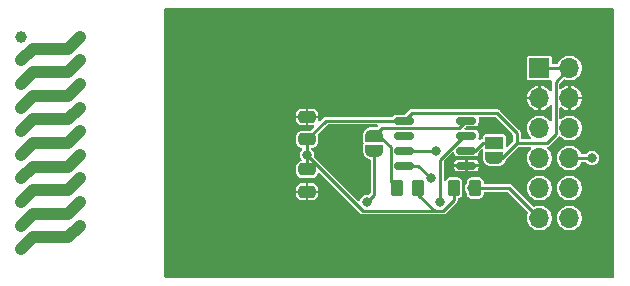
<source format=gbr>
%TF.GenerationSoftware,KiCad,Pcbnew,7.0.4*%
%TF.CreationDate,2023-05-26T13:28:03+02:00*%
%TF.ProjectId,RFM9xW_868,52464d39-7857-45f3-9836-382e6b696361,rev?*%
%TF.SameCoordinates,Original*%
%TF.FileFunction,Copper,L2,Bot*%
%TF.FilePolarity,Positive*%
%FSLAX46Y46*%
G04 Gerber Fmt 4.6, Leading zero omitted, Abs format (unit mm)*
G04 Created by KiCad (PCBNEW 7.0.4) date 2023-05-26 13:28:03*
%MOMM*%
%LPD*%
G01*
G04 APERTURE LIST*
G04 Aperture macros list*
%AMRoundRect*
0 Rectangle with rounded corners*
0 $1 Rounding radius*
0 $2 $3 $4 $5 $6 $7 $8 $9 X,Y pos of 4 corners*
0 Add a 4 corners polygon primitive as box body*
4,1,4,$2,$3,$4,$5,$6,$7,$8,$9,$2,$3,0*
0 Add four circle primitives for the rounded corners*
1,1,$1+$1,$2,$3*
1,1,$1+$1,$4,$5*
1,1,$1+$1,$6,$7*
1,1,$1+$1,$8,$9*
0 Add four rect primitives between the rounded corners*
20,1,$1+$1,$2,$3,$4,$5,0*
20,1,$1+$1,$4,$5,$6,$7,0*
20,1,$1+$1,$6,$7,$8,$9,0*
20,1,$1+$1,$8,$9,$2,$3,0*%
%AMFreePoly0*
4,1,19,0.550000,-0.750000,0.000000,-0.750000,0.000000,-0.744911,-0.071157,-0.744911,-0.207708,-0.704816,-0.327430,-0.627875,-0.420627,-0.520320,-0.479746,-0.390866,-0.500000,-0.250000,-0.500000,0.250000,-0.479746,0.390866,-0.420627,0.520320,-0.327430,0.627875,-0.207708,0.704816,-0.071157,0.744911,0.000000,0.744911,0.000000,0.750000,0.550000,0.750000,0.550000,-0.750000,0.550000,-0.750000,
$1*%
%AMFreePoly1*
4,1,19,0.000000,0.744911,0.071157,0.744911,0.207708,0.704816,0.327430,0.627875,0.420627,0.520320,0.479746,0.390866,0.500000,0.250000,0.500000,-0.250000,0.479746,-0.390866,0.420627,-0.520320,0.327430,-0.627875,0.207708,-0.704816,0.071157,-0.744911,0.000000,-0.744911,0.000000,-0.750000,-0.550000,-0.750000,-0.550000,0.750000,0.000000,0.750000,0.000000,0.744911,0.000000,0.744911,
$1*%
%AMFreePoly2*
4,1,19,0.500000,-0.750000,0.000000,-0.750000,0.000000,-0.744911,-0.071157,-0.744911,-0.207708,-0.704816,-0.327430,-0.627875,-0.420627,-0.520320,-0.479746,-0.390866,-0.500000,-0.250000,-0.500000,0.250000,-0.479746,0.390866,-0.420627,0.520320,-0.327430,0.627875,-0.207708,0.704816,-0.071157,0.744911,0.000000,0.744911,0.000000,0.750000,0.500000,0.750000,0.500000,-0.750000,0.500000,-0.750000,
$1*%
%AMFreePoly3*
4,1,19,0.000000,0.744911,0.071157,0.744911,0.207708,0.704816,0.327430,0.627875,0.420627,0.520320,0.479746,0.390866,0.500000,0.250000,0.500000,-0.250000,0.479746,-0.390866,0.420627,-0.520320,0.327430,-0.627875,0.207708,-0.704816,0.071157,-0.744911,0.000000,-0.744911,0.000000,-0.750000,-0.500000,-0.750000,-0.500000,0.750000,0.000000,0.750000,0.000000,0.744911,0.000000,0.744911,
$1*%
G04 Aperture macros list end*
%TA.AperFunction,EtchedComponent*%
%ADD10C,1.000000*%
%TD*%
%TA.AperFunction,ComponentPad*%
%ADD11R,1.700000X1.700000*%
%TD*%
%TA.AperFunction,ComponentPad*%
%ADD12O,1.700000X1.700000*%
%TD*%
%TA.AperFunction,ComponentPad*%
%ADD13C,1.000000*%
%TD*%
%TA.AperFunction,SMDPad,CuDef*%
%ADD14FreePoly0,270.000000*%
%TD*%
%TA.AperFunction,SMDPad,CuDef*%
%ADD15R,1.500000X1.000000*%
%TD*%
%TA.AperFunction,SMDPad,CuDef*%
%ADD16FreePoly1,270.000000*%
%TD*%
%TA.AperFunction,SMDPad,CuDef*%
%ADD17RoundRect,0.250000X0.475000X-0.250000X0.475000X0.250000X-0.475000X0.250000X-0.475000X-0.250000X0*%
%TD*%
%TA.AperFunction,SMDPad,CuDef*%
%ADD18FreePoly2,270.000000*%
%TD*%
%TA.AperFunction,SMDPad,CuDef*%
%ADD19FreePoly3,270.000000*%
%TD*%
%TA.AperFunction,SMDPad,CuDef*%
%ADD20RoundRect,0.250000X-0.262500X-0.450000X0.262500X-0.450000X0.262500X0.450000X-0.262500X0.450000X0*%
%TD*%
%TA.AperFunction,SMDPad,CuDef*%
%ADD21RoundRect,0.250000X0.262500X0.450000X-0.262500X0.450000X-0.262500X-0.450000X0.262500X-0.450000X0*%
%TD*%
%TA.AperFunction,SMDPad,CuDef*%
%ADD22RoundRect,0.250000X-0.475000X0.250000X-0.475000X-0.250000X0.475000X-0.250000X0.475000X0.250000X0*%
%TD*%
%TA.AperFunction,SMDPad,CuDef*%
%ADD23RoundRect,0.150000X0.675000X0.150000X-0.675000X0.150000X-0.675000X-0.150000X0.675000X-0.150000X0*%
%TD*%
%TA.AperFunction,ViaPad*%
%ADD24C,0.800000*%
%TD*%
%TA.AperFunction,Conductor*%
%ADD25C,0.250000*%
%TD*%
G04 APERTURE END LIST*
D10*
%TO.C,AE1*%
X105960000Y-58530000D02*
X106960000Y-57530000D01*
X106960000Y-57530000D02*
X109960000Y-57530000D01*
X109960000Y-57530000D02*
X110960000Y-56530000D01*
X105960000Y-56530000D02*
X106960000Y-55530000D01*
X106960000Y-55530000D02*
X109960000Y-55530000D01*
X109960000Y-55530000D02*
X110960000Y-54530000D01*
X105960000Y-54530000D02*
X106960000Y-53530000D01*
X106960000Y-53530000D02*
X109960000Y-53530000D01*
X109960000Y-53530000D02*
X110960000Y-52530000D01*
X105960000Y-52530000D02*
X106960000Y-51530000D01*
X106960000Y-51530000D02*
X109960000Y-51530000D01*
X109960000Y-51530000D02*
X110960000Y-50530000D01*
X105960000Y-50530000D02*
X106960000Y-49530000D01*
X106960000Y-49530000D02*
X109960000Y-49530000D01*
X109960000Y-49530000D02*
X110960000Y-48530000D01*
X105960000Y-48530000D02*
X106960000Y-47530000D01*
X106960000Y-47530000D02*
X109960000Y-47530000D01*
X109960000Y-47530000D02*
X110960000Y-46530000D01*
X105960000Y-46530000D02*
X106960000Y-45530000D01*
X106960000Y-45530000D02*
X109960000Y-45530000D01*
X109960000Y-45530000D02*
X110960000Y-44530000D01*
X105960000Y-44530000D02*
X106960000Y-43530000D01*
X106960000Y-43530000D02*
X109960000Y-43530000D01*
X109960000Y-43530000D02*
X110960000Y-42530000D01*
X105960000Y-42530000D02*
X106960000Y-41530000D01*
X106960000Y-41530000D02*
X109960000Y-41530000D01*
X109960000Y-41530000D02*
X110960000Y-40530000D01*
%TD*%
D11*
%TO.P,J1,1,Pin_1*%
%TO.N,VCC*%
X149860000Y-43180000D03*
D12*
%TO.P,J1,2,Pin_2*%
X152400000Y-43180000D03*
%TO.P,J1,3,Pin_3*%
%TO.N,GND*%
X149860000Y-45720000D03*
%TO.P,J1,4,Pin_4*%
X152400000Y-45720000D03*
%TO.P,J1,5,Pin_5*%
%TO.N,SCK*%
X149860000Y-48260000D03*
%TO.P,J1,6,Pin_6*%
%TO.N,unconnected-(J1-Pin_6-Pad6)*%
X152400000Y-48260000D03*
%TO.P,J1,7,Pin_7*%
%TO.N,MISO*%
X149860000Y-50800000D03*
%TO.P,J1,8,Pin_8*%
%TO.N,nCS2*%
X152400000Y-50800000D03*
%TO.P,J1,9,Pin_9*%
%TO.N,MOSI*%
X149860000Y-53340000D03*
%TO.P,J1,10,Pin_10*%
%TO.N,nRESET*%
X152400000Y-53340000D03*
%TO.P,J1,11,Pin_11*%
%TO.N,nCS*%
X149860000Y-55880000D03*
%TO.P,J1,12,Pin_12*%
%TO.N,DIO0*%
X152400000Y-55880000D03*
%TD*%
D13*
%TO.P,AE1,*%
%TO.N,*%
X105960000Y-58530000D03*
X105960000Y-56530000D03*
X110960000Y-56530000D03*
X105960000Y-54530000D03*
X110960000Y-54530000D03*
X105960000Y-52530000D03*
X110960000Y-52530000D03*
X105960000Y-50530000D03*
X110960000Y-50530000D03*
X105960000Y-48530000D03*
X110960000Y-48530000D03*
X105960000Y-46530000D03*
X110960000Y-46530000D03*
X105960000Y-44530000D03*
X110960000Y-44530000D03*
X105960000Y-42530000D03*
X110960000Y-42530000D03*
X105960000Y-40530000D03*
X110960000Y-40530000D03*
%TD*%
D14*
%TO.P,JP1,1,A*%
%TO.N,GND*%
X146050000Y-48200000D03*
D15*
%TO.P,JP1,2,C*%
%TO.N,Net-(JP1-C)*%
X146050000Y-49500000D03*
D16*
%TO.P,JP1,3,B*%
%TO.N,VCC*%
X146050000Y-50800000D03*
%TD*%
D17*
%TO.P,C1,1*%
%TO.N,VCC*%
X130175000Y-49210000D03*
%TO.P,C1,2*%
%TO.N,GND*%
X130175000Y-47310000D03*
%TD*%
D18*
%TO.P,JP2,1,A*%
%TO.N,nCS_Flash*%
X135890000Y-48895000D03*
D19*
%TO.P,JP2,2,B*%
%TO.N,nCS2*%
X135890000Y-50195000D03*
%TD*%
D20*
%TO.P,R2,1*%
%TO.N,VCC*%
X142597500Y-53340000D03*
%TO.P,R2,2*%
%TO.N,nCS*%
X144422500Y-53340000D03*
%TD*%
D21*
%TO.P,R1,1*%
%TO.N,VCC*%
X139620000Y-53340000D03*
%TO.P,R1,2*%
%TO.N,nCS_Flash*%
X137795000Y-53340000D03*
%TD*%
D22*
%TO.P,C2,1*%
%TO.N,VCC*%
X130175000Y-51755000D03*
%TO.P,C2,2*%
%TO.N,GND*%
X130175000Y-53655000D03*
%TD*%
D23*
%TO.P,U2,1,~{CS}*%
%TO.N,nCS_Flash*%
X143680000Y-47625000D03*
%TO.P,U2,2,O1/SO*%
%TO.N,MISO*%
X143680000Y-48895000D03*
%TO.P,U2,3,~{WP}*%
%TO.N,Net-(JP1-C)*%
X143680000Y-50165000D03*
%TO.P,U2,4,VSS*%
%TO.N,GND*%
X143680000Y-51435000D03*
%TO.P,U2,5,SI/IO0*%
%TO.N,MOSI*%
X138430000Y-51435000D03*
%TO.P,U2,6,SCLK*%
%TO.N,SCK*%
X138430000Y-50165000D03*
%TO.P,U2,7,NC*%
%TO.N,unconnected-(U2-NC-Pad7)*%
X138430000Y-48895000D03*
%TO.P,U2,8,VCC*%
%TO.N,VCC*%
X138430000Y-47625000D03*
%TD*%
D24*
%TO.N,GND*%
X142875000Y-38735000D03*
X132080000Y-50165000D03*
X155575000Y-40005000D03*
X154305000Y-60325000D03*
X155575000Y-56515000D03*
X128905000Y-60325000D03*
X123825000Y-60325000D03*
X155575000Y-55245000D03*
X126365000Y-38735000D03*
X155575000Y-41275000D03*
X130175000Y-38735000D03*
X135255000Y-38735000D03*
X132715000Y-60325000D03*
X149225000Y-60325000D03*
X128905000Y-38735000D03*
X155575000Y-57785000D03*
X139065000Y-60325000D03*
X126365000Y-60325000D03*
X144145000Y-38735000D03*
X150495000Y-38735000D03*
X132715000Y-38735000D03*
X131445000Y-60325000D03*
X155575000Y-59055000D03*
X151765000Y-60325000D03*
X137795000Y-60325000D03*
X147955000Y-51435000D03*
X122555000Y-38735000D03*
X155575000Y-38735000D03*
X121285000Y-60325000D03*
X153035000Y-60325000D03*
X145415000Y-38735000D03*
X154305000Y-38735000D03*
X127635000Y-38735000D03*
X133985000Y-60325000D03*
X155575000Y-43815000D03*
X144145000Y-60325000D03*
X155575000Y-45085000D03*
X127635000Y-60325000D03*
X155575000Y-53975000D03*
X155575000Y-51435000D03*
X125095000Y-38735000D03*
X150495000Y-60325000D03*
X155575000Y-42545000D03*
X122555000Y-60325000D03*
X151765000Y-38735000D03*
X137795000Y-38735000D03*
X121285000Y-38735000D03*
X153035000Y-38735000D03*
X155575000Y-52705000D03*
X125095000Y-60325000D03*
X142875000Y-60325000D03*
X120015000Y-38735000D03*
X140335000Y-60325000D03*
X130175000Y-60325000D03*
X145415000Y-56515000D03*
X149225000Y-38735000D03*
X139065000Y-56515000D03*
X118745000Y-38735000D03*
X155575000Y-50165000D03*
X155575000Y-47625000D03*
X146685000Y-38735000D03*
X146050000Y-48260000D03*
X118745000Y-60325000D03*
X146685000Y-60325000D03*
X155575000Y-46355000D03*
X144145000Y-56515000D03*
X135255000Y-60325000D03*
X141605000Y-60325000D03*
X155575000Y-60325000D03*
X136525000Y-38735000D03*
X133985000Y-38735000D03*
X155575000Y-48895000D03*
X139065000Y-38735000D03*
X120015000Y-60325000D03*
X123825000Y-38735000D03*
X145415000Y-60325000D03*
X146685000Y-56515000D03*
X141605000Y-38735000D03*
X147955000Y-38735000D03*
X147955000Y-60325000D03*
X136525000Y-60325000D03*
X140335000Y-38735000D03*
X131445000Y-38735000D03*
%TO.N,nCS*%
X144145000Y-53340000D03*
%TO.N,SCK*%
X141104326Y-50219325D03*
%TO.N,MOSI*%
X140690500Y-52530000D03*
%TO.N,MISO*%
X141415000Y-54530000D03*
%TO.N,VCC*%
X130175000Y-50530000D03*
%TO.N,nCS2*%
X135267299Y-54530500D03*
X154305000Y-50800000D03*
%TD*%
D25*
%TO.N,nCS*%
X147320000Y-53340000D02*
X144145000Y-53340000D01*
X144145000Y-53340000D02*
X144422500Y-53340000D01*
X149860000Y-55880000D02*
X147320000Y-53340000D01*
%TO.N,SCK*%
X141050001Y-50165000D02*
X141104326Y-50219325D01*
X138430000Y-50165000D02*
X141050001Y-50165000D01*
%TO.N,MOSI*%
X139595500Y-51435000D02*
X140690500Y-52530000D01*
X138430000Y-51435000D02*
X139595500Y-51435000D01*
%TO.N,MISO*%
X143453249Y-48895000D02*
X141415000Y-50933249D01*
X141415000Y-50933249D02*
X141415000Y-54530000D01*
X143680000Y-48895000D02*
X143453249Y-48895000D01*
%TO.N,VCC*%
X146663173Y-50800000D02*
X147933173Y-49530000D01*
X139055000Y-47000000D02*
X146266727Y-47000000D01*
X130175000Y-49210000D02*
X130175000Y-50165000D01*
X140980000Y-55255000D02*
X139620000Y-53895000D01*
X138430000Y-47625000D02*
X139055000Y-47000000D01*
X150495000Y-49530000D02*
X151225000Y-48800000D01*
X131760000Y-47625000D02*
X130175000Y-49210000D01*
X151225000Y-48800000D02*
X151225000Y-44355000D01*
X139620000Y-53895000D02*
X139620000Y-53340000D01*
X152400000Y-43180000D02*
X149860000Y-43180000D01*
X130175000Y-50530000D02*
X134900000Y-55255000D01*
X151225000Y-44355000D02*
X152400000Y-43180000D01*
X138430000Y-47625000D02*
X131760000Y-47625000D01*
X146050000Y-50800000D02*
X146663173Y-50800000D01*
X130175000Y-50165000D02*
X130175000Y-51755000D01*
X147933173Y-49530000D02*
X150495000Y-49530000D01*
X141715305Y-55255000D02*
X140980000Y-55255000D01*
X146266727Y-47000000D02*
X147933173Y-48666446D01*
X142597500Y-53340000D02*
X142597500Y-54372805D01*
X147933173Y-48666446D02*
X147933173Y-49530000D01*
X134900000Y-55255000D02*
X140980000Y-55255000D01*
X142597500Y-54372805D02*
X141715305Y-55255000D01*
%TO.N,nCS2*%
X154305000Y-50800000D02*
X152400000Y-50800000D01*
X135890000Y-50195000D02*
X135890000Y-53907799D01*
X135890000Y-53907799D02*
X135267299Y-54530500D01*
%TO.N,Net-(JP1-C)*%
X144385000Y-50165000D02*
X145050000Y-49500000D01*
X145050000Y-49500000D02*
X146050000Y-49500000D01*
X143680000Y-50165000D02*
X144385000Y-50165000D01*
%TO.N,nCS_Flash*%
X136299620Y-48895000D02*
X137280000Y-49875380D01*
X137280000Y-49875380D02*
X137280000Y-52825000D01*
X137280000Y-52825000D02*
X137795000Y-53340000D01*
X135890000Y-48895000D02*
X136299620Y-48895000D01*
X143055000Y-48250000D02*
X136535000Y-48250000D01*
X136535000Y-48250000D02*
X135890000Y-48895000D01*
X143680000Y-47625000D02*
X143055000Y-48250000D01*
%TD*%
%TA.AperFunction,Conductor*%
%TO.N,GND*%
G36*
X136193358Y-47969407D02*
G01*
X136229322Y-48018907D01*
X136229322Y-48080093D01*
X136205170Y-48119504D01*
X136164871Y-48159802D01*
X136110354Y-48187579D01*
X136108965Y-48187789D01*
X136096634Y-48189563D01*
X136082537Y-48190572D01*
X135697463Y-48190572D01*
X135683373Y-48189564D01*
X135678261Y-48188829D01*
X135669095Y-48187511D01*
X135669093Y-48187511D01*
X135610907Y-48187511D01*
X135610903Y-48187511D01*
X135468594Y-48207972D01*
X135468590Y-48207973D01*
X135412767Y-48224364D01*
X135412763Y-48224365D01*
X135412762Y-48224366D01*
X135410288Y-48225496D01*
X135281980Y-48284092D01*
X135281967Y-48284099D01*
X135233036Y-48315545D01*
X135233023Y-48315554D01*
X135124377Y-48409696D01*
X135124360Y-48409713D01*
X135086261Y-48453681D01*
X135086255Y-48453689D01*
X135008536Y-48574624D01*
X135008532Y-48574631D01*
X134984359Y-48627564D01*
X134943853Y-48765515D01*
X134943852Y-48765520D01*
X134937294Y-48811132D01*
X134935572Y-48823111D01*
X134935572Y-49395000D01*
X134951133Y-49473231D01*
X134951134Y-49473232D01*
X134951134Y-49473233D01*
X134962336Y-49489997D01*
X134978945Y-49548885D01*
X134962338Y-49599998D01*
X134951135Y-49616764D01*
X134951134Y-49616767D01*
X134951133Y-49616769D01*
X134940705Y-49669194D01*
X134935572Y-49694999D01*
X134935572Y-50266888D01*
X134943852Y-50324479D01*
X134943853Y-50324484D01*
X134976529Y-50435767D01*
X134984360Y-50462438D01*
X134990313Y-50475473D01*
X135008532Y-50515368D01*
X135008536Y-50515375D01*
X135086255Y-50636310D01*
X135086261Y-50636318D01*
X135111548Y-50665500D01*
X135124368Y-50680295D01*
X135124375Y-50680301D01*
X135124377Y-50680303D01*
X135233023Y-50774445D01*
X135233036Y-50774454D01*
X135281967Y-50805900D01*
X135281971Y-50805902D01*
X135281977Y-50805906D01*
X135412762Y-50865634D01*
X135468592Y-50882027D01*
X135479589Y-50883608D01*
X135534495Y-50910602D01*
X135563050Y-50964716D01*
X135564500Y-50981600D01*
X135564500Y-53731963D01*
X135545593Y-53790154D01*
X135535504Y-53801967D01*
X135430265Y-53907206D01*
X135375748Y-53934983D01*
X135347339Y-53935355D01*
X135267300Y-53924818D01*
X135267298Y-53924818D01*
X135110540Y-53945455D01*
X135110532Y-53945457D01*
X134964460Y-54005962D01*
X134964459Y-54005962D01*
X134839022Y-54102213D01*
X134839012Y-54102223D01*
X134742761Y-54227660D01*
X134742761Y-54227661D01*
X134679772Y-54379732D01*
X134677062Y-54378609D01*
X134650286Y-54419742D01*
X134593140Y-54441605D01*
X134534057Y-54425703D01*
X134518065Y-54412739D01*
X130798292Y-50692966D01*
X130770515Y-50638449D01*
X130770143Y-50610046D01*
X130780682Y-50530000D01*
X130760044Y-50373238D01*
X130760042Y-50373233D01*
X130699537Y-50227161D01*
X130699537Y-50227160D01*
X130603281Y-50101716D01*
X130603280Y-50101715D01*
X130585460Y-50088042D01*
X130550804Y-50037618D01*
X130552405Y-49976454D01*
X130589652Y-49927912D01*
X130645727Y-49910500D01*
X130704273Y-49910500D01*
X130704273Y-49910499D01*
X130734699Y-49907646D01*
X130862882Y-49862793D01*
X130972150Y-49782150D01*
X131052793Y-49672882D01*
X131097646Y-49544699D01*
X131100499Y-49514273D01*
X131100500Y-49514273D01*
X131100500Y-48905726D01*
X131100499Y-48905725D01*
X131097646Y-48875305D01*
X131097646Y-48875303D01*
X131097646Y-48875301D01*
X131085109Y-48839474D01*
X131083736Y-48778309D01*
X131108551Y-48736775D01*
X131865832Y-47979496D01*
X131920348Y-47951719D01*
X131935835Y-47950500D01*
X136135167Y-47950500D01*
X136193358Y-47969407D01*
G37*
%TD.AperFunction*%
%TA.AperFunction,Conductor*%
G36*
X146149084Y-47344407D02*
G01*
X146160897Y-47354496D01*
X147578677Y-48772276D01*
X147606454Y-48826793D01*
X147607673Y-48842280D01*
X147607673Y-49354165D01*
X147588766Y-49412356D01*
X147578677Y-49424169D01*
X147169504Y-49833342D01*
X147114987Y-49861119D01*
X147054555Y-49851548D01*
X147011290Y-49808283D01*
X147000500Y-49763338D01*
X147000500Y-48980253D01*
X147000498Y-48980241D01*
X146995270Y-48953961D01*
X146988867Y-48921769D01*
X146944552Y-48855448D01*
X146931086Y-48846450D01*
X146878233Y-48811134D01*
X146878231Y-48811133D01*
X146878228Y-48811132D01*
X146878227Y-48811132D01*
X146819758Y-48799501D01*
X146819748Y-48799500D01*
X145280252Y-48799500D01*
X145280251Y-48799500D01*
X145280241Y-48799501D01*
X145221772Y-48811132D01*
X145221766Y-48811134D01*
X145155451Y-48855445D01*
X145155445Y-48855451D01*
X145111134Y-48921766D01*
X145111132Y-48921772D01*
X145099501Y-48980241D01*
X145099500Y-48980253D01*
X145099500Y-49073787D01*
X145080593Y-49131978D01*
X145031093Y-49167942D01*
X145026122Y-49169414D01*
X144981565Y-49181353D01*
X144977349Y-49182287D01*
X144936960Y-49189410D01*
X144936948Y-49189414D01*
X144935640Y-49190170D01*
X144911786Y-49200051D01*
X144910324Y-49200442D01*
X144910316Y-49200446D01*
X144876716Y-49223972D01*
X144873074Y-49226292D01*
X144843480Y-49243379D01*
X144783632Y-49256101D01*
X144727736Y-49231215D01*
X144697143Y-49178228D01*
X144696013Y-49143372D01*
X144705500Y-49078260D01*
X144705500Y-48711740D01*
X144695573Y-48643607D01*
X144694411Y-48641231D01*
X144661853Y-48574631D01*
X144644198Y-48538517D01*
X144561483Y-48455802D01*
X144557779Y-48453991D01*
X144456395Y-48404427D01*
X144429139Y-48400456D01*
X144388260Y-48394500D01*
X144388257Y-48394500D01*
X143609834Y-48394500D01*
X143551643Y-48375593D01*
X143515679Y-48326093D01*
X143515679Y-48264907D01*
X143539829Y-48225497D01*
X143610831Y-48154495D01*
X143665347Y-48126719D01*
X143680834Y-48125500D01*
X144388257Y-48125500D01*
X144388260Y-48125500D01*
X144456393Y-48115573D01*
X144561483Y-48064198D01*
X144644198Y-47981483D01*
X144695573Y-47876393D01*
X144705500Y-47808260D01*
X144705500Y-47441740D01*
X144705068Y-47438777D01*
X144715385Y-47378469D01*
X144759180Y-47335742D01*
X144803033Y-47325500D01*
X146090893Y-47325500D01*
X146149084Y-47344407D01*
G37*
%TD.AperFunction*%
%TA.AperFunction,Conductor*%
G36*
X156143691Y-38144407D02*
G01*
X156179655Y-38193907D01*
X156184500Y-38224500D01*
X156184500Y-60835500D01*
X156165593Y-60893691D01*
X156116093Y-60929655D01*
X156085500Y-60934500D01*
X118209000Y-60934500D01*
X118150809Y-60915593D01*
X118114845Y-60866093D01*
X118110000Y-60835500D01*
X118110000Y-53755001D01*
X129250000Y-53755001D01*
X129250001Y-53959203D01*
X129252850Y-53989600D01*
X129252850Y-53989602D01*
X129297654Y-54117647D01*
X129378207Y-54226790D01*
X129378209Y-54226792D01*
X129487352Y-54307345D01*
X129615398Y-54352149D01*
X129645789Y-54354999D01*
X130074998Y-54354999D01*
X130075000Y-54354997D01*
X130274999Y-54354997D01*
X130275001Y-54354999D01*
X130704203Y-54354999D01*
X130734600Y-54352149D01*
X130734602Y-54352149D01*
X130862647Y-54307345D01*
X130971790Y-54226792D01*
X130971792Y-54226790D01*
X131052345Y-54117647D01*
X131097149Y-53989601D01*
X131099999Y-53959211D01*
X131100000Y-53959210D01*
X131100000Y-53755001D01*
X131099999Y-53755000D01*
X130275001Y-53755000D01*
X130274999Y-53755001D01*
X130274999Y-54354997D01*
X130075000Y-54354997D01*
X130075000Y-53755001D01*
X130074999Y-53755000D01*
X129250002Y-53755000D01*
X129250000Y-53755001D01*
X118110000Y-53755001D01*
X118110000Y-53554999D01*
X129250000Y-53554999D01*
X129250001Y-53555000D01*
X130074999Y-53555000D01*
X130075000Y-53554998D01*
X130075000Y-52955000D01*
X130275000Y-52955000D01*
X130275000Y-53554999D01*
X130275001Y-53555000D01*
X131099998Y-53555000D01*
X131099999Y-53554998D01*
X131099999Y-53350796D01*
X131097149Y-53320399D01*
X131097149Y-53320397D01*
X131052345Y-53192352D01*
X130971792Y-53083209D01*
X130971790Y-53083207D01*
X130862647Y-53002654D01*
X130734601Y-52957850D01*
X130704211Y-52955000D01*
X130275000Y-52955000D01*
X130075000Y-52955000D01*
X129645796Y-52955000D01*
X129615399Y-52957850D01*
X129615397Y-52957850D01*
X129487352Y-53002654D01*
X129378209Y-53083207D01*
X129378207Y-53083209D01*
X129297654Y-53192352D01*
X129252850Y-53320398D01*
X129250000Y-53350788D01*
X129250000Y-53554999D01*
X118110000Y-53554999D01*
X118110000Y-52059274D01*
X129249500Y-52059274D01*
X129252353Y-52089694D01*
X129252355Y-52089703D01*
X129297207Y-52217883D01*
X129377845Y-52327144D01*
X129377847Y-52327146D01*
X129377850Y-52327150D01*
X129377853Y-52327152D01*
X129377855Y-52327154D01*
X129487116Y-52407792D01*
X129487117Y-52407792D01*
X129487118Y-52407793D01*
X129615301Y-52452646D01*
X129645725Y-52455499D01*
X129645727Y-52455500D01*
X129645734Y-52455500D01*
X130704273Y-52455500D01*
X130704273Y-52455499D01*
X130734699Y-52452646D01*
X130862882Y-52407793D01*
X130972150Y-52327150D01*
X131052793Y-52217882D01*
X131091418Y-52107495D01*
X131128483Y-52058817D01*
X131187083Y-52041220D01*
X131244835Y-52061428D01*
X131254866Y-52070191D01*
X134658257Y-55473584D01*
X134661175Y-55476769D01*
X134687544Y-55508193D01*
X134687545Y-55508194D01*
X134723073Y-55528706D01*
X134726712Y-55531025D01*
X134760311Y-55554551D01*
X134760313Y-55554552D01*
X134760316Y-55554554D01*
X134761767Y-55554942D01*
X134785659Y-55564840D01*
X134786186Y-55565143D01*
X134786955Y-55565588D01*
X134827351Y-55572710D01*
X134831548Y-55573640D01*
X134871193Y-55584264D01*
X134912073Y-55580687D01*
X134916374Y-55580500D01*
X140924117Y-55580500D01*
X140949739Y-55583873D01*
X140951193Y-55584263D01*
X140992065Y-55580687D01*
X140996365Y-55580500D01*
X141698931Y-55580500D01*
X141703231Y-55580687D01*
X141744112Y-55584264D01*
X141783757Y-55573640D01*
X141787955Y-55572710D01*
X141828350Y-55565588D01*
X141828352Y-55565587D01*
X141829650Y-55564838D01*
X141853541Y-55554942D01*
X141853769Y-55554880D01*
X141854989Y-55554554D01*
X141888608Y-55531012D01*
X141892216Y-55528714D01*
X141927760Y-55508194D01*
X141954143Y-55476750D01*
X141957031Y-55473598D01*
X142816082Y-54614547D01*
X142819260Y-54611634D01*
X142850694Y-54585260D01*
X142871214Y-54549716D01*
X142873512Y-54546108D01*
X142897054Y-54512489D01*
X142897441Y-54511041D01*
X142907338Y-54487150D01*
X142908086Y-54485853D01*
X142908085Y-54485853D01*
X142908088Y-54485850D01*
X142915213Y-54445433D01*
X142916141Y-54441248D01*
X142926763Y-54401612D01*
X142923187Y-54360738D01*
X142923000Y-54356441D01*
X142923000Y-54352149D01*
X142923000Y-54315481D01*
X142941905Y-54257293D01*
X142989299Y-54222039D01*
X143072882Y-54192793D01*
X143182150Y-54112150D01*
X143262793Y-54002882D01*
X143307646Y-53874699D01*
X143310499Y-53844273D01*
X143310500Y-53844273D01*
X143310500Y-53340000D01*
X143539318Y-53340000D01*
X143559955Y-53496758D01*
X143559957Y-53496766D01*
X143620461Y-53642836D01*
X143620463Y-53642838D01*
X143620464Y-53642841D01*
X143689043Y-53732214D01*
X143709466Y-53789888D01*
X143709500Y-53792480D01*
X143709500Y-53844274D01*
X143712353Y-53874694D01*
X143712355Y-53874703D01*
X143757207Y-54002883D01*
X143837845Y-54112144D01*
X143837847Y-54112146D01*
X143837850Y-54112150D01*
X143837853Y-54112152D01*
X143837855Y-54112154D01*
X143947116Y-54192792D01*
X143947117Y-54192792D01*
X143947118Y-54192793D01*
X144075301Y-54237646D01*
X144105725Y-54240499D01*
X144105727Y-54240500D01*
X144105734Y-54240500D01*
X144739273Y-54240500D01*
X144739273Y-54240499D01*
X144769699Y-54237646D01*
X144897882Y-54192793D01*
X145007150Y-54112150D01*
X145087793Y-54002882D01*
X145132646Y-53874699D01*
X145135499Y-53844273D01*
X145135500Y-53844273D01*
X145135500Y-53764500D01*
X145154407Y-53706309D01*
X145203907Y-53670345D01*
X145234500Y-53665500D01*
X147144166Y-53665500D01*
X147202357Y-53684407D01*
X147214170Y-53694496D01*
X148871497Y-55351824D01*
X148899274Y-55406341D01*
X148889703Y-55466773D01*
X148888803Y-55468496D01*
X148884770Y-55476040D01*
X148884768Y-55476045D01*
X148824699Y-55674065D01*
X148824698Y-55674070D01*
X148804417Y-55879996D01*
X148804417Y-55880003D01*
X148824698Y-56085929D01*
X148824699Y-56085934D01*
X148884768Y-56283954D01*
X148982316Y-56466452D01*
X149113585Y-56626404D01*
X149113590Y-56626410D01*
X149113595Y-56626414D01*
X149273547Y-56757683D01*
X149273548Y-56757683D01*
X149273550Y-56757685D01*
X149456046Y-56855232D01*
X149593996Y-56897078D01*
X149654065Y-56915300D01*
X149654070Y-56915301D01*
X149859997Y-56935583D01*
X149860000Y-56935583D01*
X149860003Y-56935583D01*
X150065929Y-56915301D01*
X150065934Y-56915300D01*
X150263954Y-56855232D01*
X150446450Y-56757685D01*
X150606410Y-56626410D01*
X150737685Y-56466450D01*
X150835232Y-56283954D01*
X150895300Y-56085934D01*
X150895301Y-56085929D01*
X150915583Y-55880003D01*
X151344417Y-55880003D01*
X151364698Y-56085929D01*
X151364699Y-56085934D01*
X151424768Y-56283954D01*
X151522316Y-56466452D01*
X151653585Y-56626404D01*
X151653590Y-56626410D01*
X151653595Y-56626414D01*
X151813547Y-56757683D01*
X151813548Y-56757683D01*
X151813550Y-56757685D01*
X151996046Y-56855232D01*
X152133996Y-56897078D01*
X152194065Y-56915300D01*
X152194070Y-56915301D01*
X152399997Y-56935583D01*
X152400000Y-56935583D01*
X152400003Y-56935583D01*
X152605929Y-56915301D01*
X152605934Y-56915300D01*
X152605933Y-56915299D01*
X152803954Y-56855232D01*
X152986450Y-56757685D01*
X153146410Y-56626410D01*
X153277685Y-56466450D01*
X153375232Y-56283954D01*
X153435300Y-56085934D01*
X153435301Y-56085929D01*
X153455583Y-55880003D01*
X153455583Y-55879996D01*
X153435301Y-55674070D01*
X153435300Y-55674065D01*
X153408059Y-55584263D01*
X153375232Y-55476046D01*
X153277685Y-55293550D01*
X153146410Y-55133590D01*
X153146404Y-55133585D01*
X152986452Y-55002316D01*
X152803954Y-54904768D01*
X152605934Y-54844699D01*
X152605929Y-54844698D01*
X152400003Y-54824417D01*
X152399997Y-54824417D01*
X152194070Y-54844698D01*
X152194065Y-54844699D01*
X151996045Y-54904768D01*
X151813547Y-55002316D01*
X151653595Y-55133585D01*
X151653585Y-55133595D01*
X151522316Y-55293547D01*
X151424768Y-55476045D01*
X151364699Y-55674065D01*
X151364698Y-55674070D01*
X151344417Y-55879996D01*
X151344417Y-55880003D01*
X150915583Y-55880003D01*
X150915583Y-55879996D01*
X150895301Y-55674070D01*
X150895300Y-55674065D01*
X150868059Y-55584263D01*
X150835232Y-55476046D01*
X150737685Y-55293550D01*
X150606410Y-55133590D01*
X150606404Y-55133585D01*
X150446452Y-55002316D01*
X150263954Y-54904768D01*
X150065934Y-54844699D01*
X150065929Y-54844698D01*
X149860003Y-54824417D01*
X149859997Y-54824417D01*
X149654070Y-54844698D01*
X149654065Y-54844699D01*
X149456045Y-54904768D01*
X149456040Y-54904770D01*
X149448496Y-54908803D01*
X149388263Y-54919559D01*
X149333212Y-54892857D01*
X149331824Y-54891497D01*
X147780330Y-53340003D01*
X148804417Y-53340003D01*
X148824698Y-53545929D01*
X148824699Y-53545934D01*
X148884768Y-53743954D01*
X148982316Y-53926452D01*
X149085818Y-54052570D01*
X149113590Y-54086410D01*
X149113595Y-54086414D01*
X149273547Y-54217683D01*
X149273548Y-54217683D01*
X149273550Y-54217685D01*
X149456046Y-54315232D01*
X149593996Y-54357078D01*
X149654065Y-54375300D01*
X149654070Y-54375301D01*
X149859997Y-54395583D01*
X149860000Y-54395583D01*
X149860003Y-54395583D01*
X150065929Y-54375301D01*
X150065934Y-54375300D01*
X150072725Y-54373240D01*
X150263954Y-54315232D01*
X150446450Y-54217685D01*
X150606410Y-54086410D01*
X150737685Y-53926450D01*
X150835232Y-53743954D01*
X150895300Y-53545934D01*
X150895301Y-53545929D01*
X150915583Y-53340003D01*
X151344417Y-53340003D01*
X151364698Y-53545929D01*
X151364699Y-53545934D01*
X151424768Y-53743954D01*
X151522316Y-53926452D01*
X151625818Y-54052570D01*
X151653590Y-54086410D01*
X151653595Y-54086414D01*
X151813547Y-54217683D01*
X151813548Y-54217683D01*
X151813550Y-54217685D01*
X151996046Y-54315232D01*
X152133996Y-54357078D01*
X152194065Y-54375300D01*
X152194070Y-54375301D01*
X152399997Y-54395583D01*
X152400000Y-54395583D01*
X152400003Y-54395583D01*
X152605929Y-54375301D01*
X152605934Y-54375300D01*
X152612725Y-54373240D01*
X152803954Y-54315232D01*
X152986450Y-54217685D01*
X153146410Y-54086410D01*
X153277685Y-53926450D01*
X153375232Y-53743954D01*
X153435300Y-53545934D01*
X153435301Y-53545929D01*
X153455583Y-53340003D01*
X153455583Y-53339996D01*
X153435301Y-53134070D01*
X153435300Y-53134065D01*
X153414741Y-53066292D01*
X153375232Y-52936046D01*
X153277685Y-52753550D01*
X153209759Y-52670782D01*
X153146414Y-52593595D01*
X153146410Y-52593590D01*
X153115046Y-52567850D01*
X152986452Y-52462316D01*
X152803954Y-52364768D01*
X152605934Y-52304699D01*
X152605929Y-52304698D01*
X152400003Y-52284417D01*
X152399997Y-52284417D01*
X152194070Y-52304698D01*
X152194065Y-52304699D01*
X151996045Y-52364768D01*
X151813547Y-52462316D01*
X151653595Y-52593585D01*
X151653585Y-52593595D01*
X151522316Y-52753547D01*
X151424768Y-52936045D01*
X151364699Y-53134065D01*
X151364698Y-53134070D01*
X151344417Y-53339996D01*
X151344417Y-53340003D01*
X150915583Y-53340003D01*
X150915583Y-53339996D01*
X150895301Y-53134070D01*
X150895300Y-53134065D01*
X150874741Y-53066292D01*
X150835232Y-52936046D01*
X150737685Y-52753550D01*
X150669759Y-52670782D01*
X150606414Y-52593595D01*
X150606410Y-52593590D01*
X150575046Y-52567850D01*
X150446452Y-52462316D01*
X150263954Y-52364768D01*
X150065934Y-52304699D01*
X150065929Y-52304698D01*
X149860003Y-52284417D01*
X149859997Y-52284417D01*
X149654070Y-52304698D01*
X149654065Y-52304699D01*
X149456045Y-52364768D01*
X149273547Y-52462316D01*
X149113595Y-52593585D01*
X149113585Y-52593595D01*
X148982316Y-52753547D01*
X148884768Y-52936045D01*
X148824699Y-53134065D01*
X148824698Y-53134070D01*
X148804417Y-53339996D01*
X148804417Y-53340003D01*
X147780330Y-53340003D01*
X147561741Y-53121414D01*
X147558822Y-53118229D01*
X147532456Y-53086806D01*
X147505780Y-53071405D01*
X147496918Y-53066288D01*
X147493288Y-53063975D01*
X147459684Y-53040446D01*
X147459679Y-53040443D01*
X147458224Y-53040054D01*
X147434348Y-53030164D01*
X147433045Y-53029411D01*
X147392652Y-53022289D01*
X147388436Y-53021354D01*
X147355741Y-53012594D01*
X147348807Y-53010736D01*
X147348806Y-53010736D01*
X147344381Y-53011123D01*
X147307926Y-53014312D01*
X147303626Y-53014500D01*
X145234500Y-53014500D01*
X145176309Y-52995593D01*
X145140345Y-52946093D01*
X145135500Y-52915500D01*
X145135500Y-52835727D01*
X145135499Y-52835725D01*
X145132646Y-52805301D01*
X145087793Y-52677118D01*
X145026143Y-52593585D01*
X145007154Y-52567855D01*
X145007152Y-52567853D01*
X145007150Y-52567850D01*
X145007146Y-52567847D01*
X145007144Y-52567845D01*
X144897883Y-52487207D01*
X144769703Y-52442355D01*
X144769694Y-52442353D01*
X144739274Y-52439500D01*
X144739266Y-52439500D01*
X144105734Y-52439500D01*
X144105725Y-52439500D01*
X144075305Y-52442353D01*
X144075296Y-52442355D01*
X143947116Y-52487207D01*
X143837855Y-52567845D01*
X143837845Y-52567855D01*
X143757207Y-52677116D01*
X143712355Y-52805296D01*
X143712353Y-52805305D01*
X143709500Y-52835725D01*
X143709500Y-52887518D01*
X143690593Y-52945709D01*
X143689042Y-52947785D01*
X143620465Y-53037157D01*
X143620463Y-53037160D01*
X143559957Y-53183236D01*
X143559955Y-53183241D01*
X143539318Y-53339999D01*
X143539318Y-53340000D01*
X143310500Y-53340000D01*
X143310500Y-52835726D01*
X143310499Y-52835725D01*
X143307646Y-52805301D01*
X143262793Y-52677118D01*
X143201143Y-52593585D01*
X143182154Y-52567855D01*
X143182152Y-52567853D01*
X143182150Y-52567850D01*
X143182146Y-52567847D01*
X143182144Y-52567845D01*
X143072883Y-52487207D01*
X142944703Y-52442355D01*
X142944694Y-52442353D01*
X142914274Y-52439500D01*
X142914266Y-52439500D01*
X142280734Y-52439500D01*
X142280725Y-52439500D01*
X142250305Y-52442353D01*
X142250296Y-52442355D01*
X142122116Y-52487207D01*
X142012855Y-52567845D01*
X142012845Y-52567855D01*
X141932207Y-52677116D01*
X141928742Y-52683674D01*
X141927035Y-52682771D01*
X141895877Y-52723693D01*
X141837276Y-52741288D01*
X141779524Y-52721078D01*
X141744682Y-52670782D01*
X141740500Y-52642313D01*
X141740500Y-51535000D01*
X142655001Y-51535000D01*
X142655001Y-51618216D01*
X142664912Y-51686250D01*
X142716214Y-51791188D01*
X142798812Y-51873786D01*
X142903751Y-51925087D01*
X142971784Y-51934999D01*
X143579998Y-51934999D01*
X143579999Y-51934998D01*
X143780000Y-51934998D01*
X143780001Y-51934999D01*
X144388213Y-51934999D01*
X144388216Y-51934998D01*
X144456250Y-51925087D01*
X144561188Y-51873785D01*
X144643786Y-51791187D01*
X144695087Y-51686248D01*
X144705000Y-51618215D01*
X144705000Y-51535000D01*
X143780001Y-51535000D01*
X143780000Y-51535001D01*
X143780000Y-51934998D01*
X143579999Y-51934998D01*
X143580000Y-51934997D01*
X143580000Y-51535000D01*
X142655001Y-51535000D01*
X141740500Y-51535000D01*
X141740500Y-51334999D01*
X142655000Y-51334999D01*
X142655001Y-51335000D01*
X143579999Y-51335000D01*
X143580000Y-51334999D01*
X143780000Y-51334999D01*
X143780001Y-51335000D01*
X144704998Y-51335000D01*
X144704999Y-51334998D01*
X144704999Y-51251786D01*
X144704998Y-51251783D01*
X144695087Y-51183749D01*
X144643785Y-51078811D01*
X144561187Y-50996213D01*
X144456248Y-50944912D01*
X144388216Y-50935000D01*
X143780001Y-50935000D01*
X143780000Y-50935001D01*
X143780000Y-51334999D01*
X143580000Y-51334999D01*
X143580000Y-50935001D01*
X143579999Y-50935000D01*
X142971786Y-50935000D01*
X142971783Y-50935001D01*
X142903749Y-50944912D01*
X142798811Y-50996214D01*
X142716213Y-51078812D01*
X142664912Y-51183751D01*
X142655000Y-51251784D01*
X142655000Y-51334999D01*
X141740500Y-51334999D01*
X141740500Y-51109082D01*
X141759407Y-51050891D01*
X141769490Y-51039084D01*
X142490285Y-50318289D01*
X142544800Y-50290514D01*
X142605232Y-50300085D01*
X142648497Y-50343350D01*
X142658252Y-50374020D01*
X142664426Y-50416392D01*
X142712812Y-50515366D01*
X142715802Y-50521483D01*
X142798517Y-50604198D01*
X142852285Y-50630483D01*
X142903604Y-50655572D01*
X142903605Y-50655572D01*
X142903607Y-50655573D01*
X142971740Y-50665500D01*
X142971743Y-50665500D01*
X144388257Y-50665500D01*
X144388260Y-50665500D01*
X144456393Y-50655573D01*
X144561483Y-50604198D01*
X144644198Y-50521483D01*
X144695573Y-50416393D01*
X144705500Y-50348260D01*
X144705500Y-50345832D01*
X144705726Y-50345135D01*
X144705759Y-50344685D01*
X144705870Y-50344693D01*
X144724407Y-50287641D01*
X144734484Y-50275841D01*
X144951943Y-50058381D01*
X145006458Y-50030606D01*
X145066890Y-50040177D01*
X145110155Y-50083442D01*
X145119726Y-50143874D01*
X145113409Y-50166272D01*
X145111133Y-50171765D01*
X145095572Y-50249997D01*
X145095572Y-50871888D01*
X145103852Y-50929479D01*
X145103853Y-50929484D01*
X145144359Y-51067435D01*
X145144360Y-51067438D01*
X145160527Y-51102839D01*
X145168532Y-51120368D01*
X145168536Y-51120375D01*
X145246255Y-51241310D01*
X145246261Y-51241318D01*
X145246263Y-51241320D01*
X145284368Y-51285295D01*
X145284375Y-51285301D01*
X145284377Y-51285303D01*
X145393023Y-51379445D01*
X145393036Y-51379454D01*
X145441967Y-51410900D01*
X145441971Y-51410902D01*
X145441977Y-51410906D01*
X145572762Y-51470634D01*
X145628592Y-51487027D01*
X145676030Y-51493847D01*
X145770903Y-51507489D01*
X145770907Y-51507489D01*
X145829095Y-51507489D01*
X145838261Y-51506170D01*
X145843373Y-51505435D01*
X145857463Y-51504428D01*
X146242537Y-51504428D01*
X146256626Y-51505435D01*
X146261738Y-51506170D01*
X146270905Y-51507489D01*
X146270907Y-51507489D01*
X146329097Y-51507489D01*
X146410415Y-51495796D01*
X146471408Y-51487027D01*
X146527238Y-51470634D01*
X146658023Y-51410906D01*
X146706971Y-51379449D01*
X146815632Y-51285295D01*
X146853737Y-51241320D01*
X146853739Y-51241315D01*
X146853744Y-51241310D01*
X146928157Y-51125519D01*
X146931469Y-51120366D01*
X146955640Y-51067438D01*
X146989914Y-50950709D01*
X147014900Y-50908598D01*
X148039005Y-49884496D01*
X148093521Y-49856719D01*
X148109008Y-49855500D01*
X149078277Y-49855500D01*
X149136468Y-49874407D01*
X149172432Y-49923907D01*
X149172432Y-49985093D01*
X149141082Y-50031028D01*
X149113595Y-50053585D01*
X149113585Y-50053595D01*
X148982316Y-50213547D01*
X148884768Y-50396045D01*
X148824699Y-50594065D01*
X148824698Y-50594070D01*
X148804417Y-50799996D01*
X148804417Y-50800003D01*
X148824698Y-51005929D01*
X148824699Y-51005934D01*
X148884768Y-51203954D01*
X148982316Y-51386452D01*
X149104226Y-51535000D01*
X149113590Y-51546410D01*
X149113595Y-51546414D01*
X149273547Y-51677683D01*
X149273548Y-51677683D01*
X149273550Y-51677685D01*
X149456046Y-51775232D01*
X149579751Y-51812757D01*
X149654065Y-51835300D01*
X149654070Y-51835301D01*
X149859997Y-51855583D01*
X149860000Y-51855583D01*
X149860003Y-51855583D01*
X150065929Y-51835301D01*
X150065934Y-51835300D01*
X150263954Y-51775232D01*
X150446450Y-51677685D01*
X150606410Y-51546410D01*
X150737685Y-51386450D01*
X150835232Y-51203954D01*
X150895300Y-51005934D01*
X150895301Y-51005929D01*
X150915583Y-50800003D01*
X151344417Y-50800003D01*
X151364698Y-51005929D01*
X151364699Y-51005934D01*
X151424768Y-51203954D01*
X151522316Y-51386452D01*
X151644226Y-51535000D01*
X151653590Y-51546410D01*
X151653595Y-51546414D01*
X151813547Y-51677683D01*
X151813548Y-51677683D01*
X151813550Y-51677685D01*
X151996046Y-51775232D01*
X152119751Y-51812757D01*
X152194065Y-51835300D01*
X152194070Y-51835301D01*
X152399997Y-51855583D01*
X152400000Y-51855583D01*
X152400003Y-51855583D01*
X152605929Y-51835301D01*
X152605934Y-51835300D01*
X152605933Y-51835299D01*
X152803954Y-51775232D01*
X152986450Y-51677685D01*
X153146410Y-51546410D01*
X153277685Y-51386450D01*
X153375232Y-51203954D01*
X153377717Y-51195758D01*
X153412703Y-51145564D01*
X153470512Y-51125519D01*
X153472454Y-51125500D01*
X153749030Y-51125500D01*
X153807221Y-51144407D01*
X153827570Y-51164231D01*
X153876718Y-51228282D01*
X154002159Y-51324536D01*
X154002160Y-51324536D01*
X154002161Y-51324537D01*
X154148233Y-51385042D01*
X154148238Y-51385044D01*
X154265809Y-51400522D01*
X154304999Y-51405682D01*
X154305000Y-51405682D01*
X154305001Y-51405682D01*
X154336352Y-51401554D01*
X154461762Y-51385044D01*
X154607841Y-51324536D01*
X154733282Y-51228282D01*
X154829536Y-51102841D01*
X154890044Y-50956762D01*
X154910682Y-50800000D01*
X154910681Y-50799996D01*
X154896591Y-50692966D01*
X154890044Y-50643238D01*
X154888060Y-50638449D01*
X154829537Y-50497161D01*
X154829537Y-50497160D01*
X154733286Y-50371723D01*
X154733285Y-50371722D01*
X154733282Y-50371718D01*
X154733277Y-50371714D01*
X154733276Y-50371713D01*
X154639928Y-50300085D01*
X154607841Y-50275464D01*
X154607840Y-50275463D01*
X154607838Y-50275462D01*
X154461766Y-50214957D01*
X154461758Y-50214955D01*
X154305001Y-50194318D01*
X154304999Y-50194318D01*
X154148241Y-50214955D01*
X154148233Y-50214957D01*
X154002161Y-50275462D01*
X154002160Y-50275462D01*
X153876723Y-50371713D01*
X153876714Y-50371722D01*
X153827572Y-50435767D01*
X153777148Y-50470423D01*
X153749030Y-50474500D01*
X153472454Y-50474500D01*
X153414263Y-50455593D01*
X153378299Y-50406093D01*
X153377732Y-50404290D01*
X153375232Y-50396046D01*
X153277685Y-50213550D01*
X153252393Y-50182732D01*
X153146414Y-50053595D01*
X153146410Y-50053590D01*
X153105173Y-50019748D01*
X152986452Y-49922316D01*
X152803954Y-49824768D01*
X152605934Y-49764699D01*
X152605929Y-49764698D01*
X152400003Y-49744417D01*
X152399997Y-49744417D01*
X152194070Y-49764698D01*
X152194065Y-49764699D01*
X151996045Y-49824768D01*
X151813547Y-49922316D01*
X151653595Y-50053585D01*
X151653585Y-50053595D01*
X151522316Y-50213547D01*
X151424768Y-50396045D01*
X151364699Y-50594065D01*
X151364698Y-50594070D01*
X151344417Y-50799996D01*
X151344417Y-50800003D01*
X150915583Y-50800003D01*
X150915583Y-50799996D01*
X150895301Y-50594070D01*
X150895300Y-50594065D01*
X150871430Y-50515375D01*
X150835232Y-50396046D01*
X150737685Y-50213550D01*
X150712393Y-50182732D01*
X150606414Y-50053595D01*
X150606410Y-50053590D01*
X150559535Y-50015121D01*
X150526549Y-49963591D01*
X150530151Y-49902512D01*
X150568966Y-49855215D01*
X150605154Y-49841097D01*
X150608045Y-49840588D01*
X150608047Y-49840587D01*
X150609345Y-49839838D01*
X150633236Y-49829942D01*
X150633464Y-49829880D01*
X150634684Y-49829554D01*
X150668303Y-49806012D01*
X150671911Y-49803714D01*
X150707455Y-49783194D01*
X150733838Y-49751750D01*
X150736726Y-49748598D01*
X151443582Y-49041742D01*
X151446760Y-49038829D01*
X151478194Y-49012455D01*
X151481153Y-49007328D01*
X151526616Y-48966386D01*
X151587466Y-48959984D01*
X151640457Y-48990572D01*
X151643407Y-48994002D01*
X151653590Y-49006410D01*
X151653595Y-49006414D01*
X151813547Y-49137683D01*
X151813548Y-49137683D01*
X151813550Y-49137685D01*
X151996046Y-49235232D01*
X152133996Y-49277078D01*
X152194065Y-49295300D01*
X152194070Y-49295301D01*
X152399997Y-49315583D01*
X152400000Y-49315583D01*
X152400003Y-49315583D01*
X152605929Y-49295301D01*
X152605934Y-49295300D01*
X152605933Y-49295299D01*
X152803954Y-49235232D01*
X152986450Y-49137685D01*
X153146410Y-49006410D01*
X153277685Y-48846450D01*
X153375232Y-48663954D01*
X153435300Y-48465934D01*
X153435301Y-48465929D01*
X153455583Y-48260003D01*
X153455583Y-48259996D01*
X153435301Y-48054070D01*
X153435300Y-48054065D01*
X153392890Y-47914258D01*
X153375232Y-47856046D01*
X153277685Y-47673550D01*
X153253926Y-47644600D01*
X153146414Y-47513595D01*
X153146410Y-47513590D01*
X153087695Y-47465404D01*
X152986452Y-47382316D01*
X152803954Y-47284768D01*
X152605934Y-47224699D01*
X152605929Y-47224698D01*
X152400003Y-47204417D01*
X152399997Y-47204417D01*
X152194070Y-47224698D01*
X152194065Y-47224699D01*
X151996045Y-47284768D01*
X151813547Y-47382316D01*
X151813547Y-47382317D01*
X151712305Y-47465404D01*
X151655328Y-47487704D01*
X151596125Y-47472255D01*
X151557310Y-47424958D01*
X151550500Y-47388876D01*
X151550500Y-46590478D01*
X151569407Y-46532287D01*
X151618907Y-46496323D01*
X151680093Y-46496323D01*
X151712305Y-46513950D01*
X151813829Y-46597268D01*
X151813839Y-46597275D01*
X151996232Y-46694765D01*
X151996237Y-46694767D01*
X152194166Y-46754808D01*
X152299998Y-46765231D01*
X152300000Y-46765230D01*
X152300000Y-46210764D01*
X152364237Y-46220000D01*
X152435763Y-46220000D01*
X152500000Y-46210764D01*
X152500000Y-46765230D01*
X152500001Y-46765231D01*
X152605833Y-46754808D01*
X152803762Y-46694767D01*
X152803767Y-46694765D01*
X152986160Y-46597275D01*
X152986170Y-46597268D01*
X153146050Y-46466059D01*
X153146059Y-46466050D01*
X153277268Y-46306170D01*
X153277275Y-46306160D01*
X153374765Y-46123767D01*
X153374767Y-46123762D01*
X153434808Y-45925836D01*
X153434809Y-45925831D01*
X153445232Y-45820000D01*
X152891746Y-45820000D01*
X152900000Y-45791889D01*
X152900000Y-45648111D01*
X152891746Y-45620000D01*
X153445232Y-45620000D01*
X153445232Y-45619999D01*
X153434809Y-45514168D01*
X153434808Y-45514163D01*
X153374767Y-45316237D01*
X153374765Y-45316232D01*
X153277275Y-45133839D01*
X153277268Y-45133829D01*
X153146059Y-44973949D01*
X153146050Y-44973940D01*
X152986170Y-44842731D01*
X152986160Y-44842724D01*
X152803767Y-44745234D01*
X152803762Y-44745232D01*
X152605836Y-44685191D01*
X152605831Y-44685190D01*
X152500000Y-44674767D01*
X152500000Y-45229235D01*
X152435763Y-45220000D01*
X152364237Y-45220000D01*
X152300000Y-45229235D01*
X152300000Y-44674767D01*
X152299999Y-44674767D01*
X152194168Y-44685190D01*
X152194163Y-44685191D01*
X151996237Y-44745232D01*
X151996232Y-44745234D01*
X151813839Y-44842724D01*
X151813830Y-44842730D01*
X151712304Y-44926050D01*
X151655327Y-44948349D01*
X151596125Y-44932900D01*
X151557309Y-44885603D01*
X151550500Y-44849521D01*
X151550500Y-44530833D01*
X151569407Y-44472642D01*
X151579496Y-44460830D01*
X151871822Y-44168503D01*
X151926339Y-44140725D01*
X151986771Y-44150296D01*
X151988493Y-44151195D01*
X151996046Y-44155232D01*
X152059743Y-44174554D01*
X152194065Y-44215300D01*
X152194070Y-44215301D01*
X152399997Y-44235583D01*
X152400000Y-44235583D01*
X152400003Y-44235583D01*
X152605929Y-44215301D01*
X152605934Y-44215300D01*
X152605933Y-44215299D01*
X152803954Y-44155232D01*
X152986450Y-44057685D01*
X153146410Y-43926410D01*
X153277685Y-43766450D01*
X153375232Y-43583954D01*
X153435300Y-43385934D01*
X153435301Y-43385929D01*
X153455583Y-43180003D01*
X153455583Y-43179996D01*
X153435301Y-42974070D01*
X153435300Y-42974065D01*
X153399030Y-42854500D01*
X153375232Y-42776046D01*
X153277685Y-42593550D01*
X153146410Y-42433590D01*
X152996123Y-42310253D01*
X152986452Y-42302316D01*
X152803954Y-42204768D01*
X152605934Y-42144699D01*
X152605929Y-42144698D01*
X152400003Y-42124417D01*
X152399997Y-42124417D01*
X152194070Y-42144698D01*
X152194065Y-42144699D01*
X151996045Y-42204768D01*
X151813547Y-42302316D01*
X151653595Y-42433585D01*
X151653585Y-42433595D01*
X151522316Y-42593547D01*
X151424769Y-42776043D01*
X151424768Y-42776045D01*
X151424768Y-42776046D01*
X151422282Y-42784241D01*
X151387297Y-42834436D01*
X151329488Y-42854481D01*
X151327546Y-42854500D01*
X151009500Y-42854500D01*
X150951309Y-42835593D01*
X150915345Y-42786093D01*
X150910500Y-42755500D01*
X150910500Y-42310253D01*
X150910498Y-42310241D01*
X150907711Y-42296231D01*
X150898867Y-42251769D01*
X150854552Y-42185448D01*
X150854548Y-42185445D01*
X150788233Y-42141134D01*
X150788231Y-42141133D01*
X150788228Y-42141132D01*
X150788227Y-42141132D01*
X150729758Y-42129501D01*
X150729748Y-42129500D01*
X148990252Y-42129500D01*
X148990251Y-42129500D01*
X148990241Y-42129501D01*
X148931772Y-42141132D01*
X148931766Y-42141134D01*
X148865451Y-42185445D01*
X148865445Y-42185451D01*
X148821134Y-42251766D01*
X148821132Y-42251772D01*
X148809501Y-42310241D01*
X148809500Y-42310253D01*
X148809500Y-44049746D01*
X148809501Y-44049758D01*
X148821132Y-44108227D01*
X148821134Y-44108233D01*
X148861406Y-44168503D01*
X148865448Y-44174552D01*
X148931769Y-44218867D01*
X148976231Y-44227711D01*
X148990241Y-44230498D01*
X148990246Y-44230498D01*
X148990252Y-44230500D01*
X148990253Y-44230500D01*
X150729747Y-44230500D01*
X150729748Y-44230500D01*
X150735469Y-44229362D01*
X150777755Y-44220951D01*
X150838516Y-44228141D01*
X150883446Y-44269673D01*
X150893760Y-44317671D01*
X150894981Y-44317565D01*
X150895736Y-44326192D01*
X150895736Y-44326193D01*
X150899312Y-44367072D01*
X150899500Y-44371373D01*
X150899500Y-45054822D01*
X150880593Y-45113013D01*
X150831093Y-45148977D01*
X150769907Y-45148977D01*
X150723972Y-45117627D01*
X150606059Y-44973949D01*
X150606050Y-44973940D01*
X150446170Y-44842731D01*
X150446160Y-44842724D01*
X150263767Y-44745234D01*
X150263762Y-44745232D01*
X150065836Y-44685191D01*
X150065831Y-44685190D01*
X149960000Y-44674767D01*
X149960000Y-45229235D01*
X149895763Y-45220000D01*
X149824237Y-45220000D01*
X149760000Y-45229235D01*
X149760000Y-44674767D01*
X149759999Y-44674767D01*
X149654168Y-44685190D01*
X149654163Y-44685191D01*
X149456237Y-44745232D01*
X149456232Y-44745234D01*
X149273839Y-44842724D01*
X149273829Y-44842731D01*
X149113949Y-44973940D01*
X149113940Y-44973949D01*
X148982731Y-45133829D01*
X148982724Y-45133839D01*
X148885234Y-45316232D01*
X148885232Y-45316237D01*
X148825191Y-45514163D01*
X148825190Y-45514168D01*
X148814767Y-45619999D01*
X148814768Y-45620000D01*
X149368254Y-45620000D01*
X149360000Y-45648111D01*
X149360000Y-45791889D01*
X149368254Y-45820000D01*
X148814767Y-45820000D01*
X148825190Y-45925831D01*
X148825191Y-45925836D01*
X148885232Y-46123762D01*
X148885234Y-46123767D01*
X148982724Y-46306160D01*
X148982731Y-46306170D01*
X149113940Y-46466050D01*
X149113949Y-46466059D01*
X149273829Y-46597268D01*
X149273839Y-46597275D01*
X149456232Y-46694765D01*
X149456237Y-46694767D01*
X149654166Y-46754808D01*
X149759998Y-46765231D01*
X149760000Y-46765230D01*
X149760000Y-46210764D01*
X149824237Y-46220000D01*
X149895763Y-46220000D01*
X149960000Y-46210764D01*
X149960000Y-46765230D01*
X149960001Y-46765231D01*
X150065833Y-46754808D01*
X150263762Y-46694767D01*
X150263767Y-46694765D01*
X150446160Y-46597275D01*
X150446170Y-46597268D01*
X150606050Y-46466059D01*
X150606059Y-46466050D01*
X150723972Y-46322372D01*
X150775503Y-46289385D01*
X150836582Y-46292987D01*
X150883879Y-46331802D01*
X150899500Y-46385177D01*
X150899500Y-47594035D01*
X150880593Y-47652226D01*
X150831093Y-47688190D01*
X150769907Y-47688190D01*
X150723972Y-47656840D01*
X150606414Y-47513595D01*
X150606410Y-47513590D01*
X150547695Y-47465404D01*
X150446452Y-47382316D01*
X150263954Y-47284768D01*
X150065934Y-47224699D01*
X150065929Y-47224698D01*
X149860003Y-47204417D01*
X149859997Y-47204417D01*
X149654070Y-47224698D01*
X149654065Y-47224699D01*
X149456045Y-47284768D01*
X149273547Y-47382316D01*
X149113595Y-47513585D01*
X149113585Y-47513595D01*
X148982316Y-47673547D01*
X148884768Y-47856045D01*
X148824699Y-48054065D01*
X148824698Y-48054070D01*
X148804417Y-48259996D01*
X148804417Y-48260003D01*
X148824698Y-48465929D01*
X148824699Y-48465934D01*
X148884768Y-48663954D01*
X148982316Y-48846452D01*
X149100592Y-48990572D01*
X149113590Y-49006410D01*
X149113595Y-49006414D01*
X149141082Y-49028972D01*
X149174069Y-49080503D01*
X149170467Y-49141583D01*
X149131652Y-49188879D01*
X149078277Y-49204500D01*
X148357673Y-49204500D01*
X148299482Y-49185593D01*
X148263518Y-49136093D01*
X148258673Y-49105500D01*
X148258673Y-48682820D01*
X148258860Y-48678519D01*
X148262437Y-48637640D01*
X148251814Y-48597998D01*
X148250882Y-48593791D01*
X148243761Y-48553401D01*
X148243008Y-48552097D01*
X148233117Y-48528217D01*
X148232728Y-48526765D01*
X148232727Y-48526764D01*
X148232727Y-48526762D01*
X148232725Y-48526759D01*
X148232724Y-48526757D01*
X148209198Y-48493158D01*
X148206876Y-48489514D01*
X148186366Y-48453989D01*
X148165242Y-48436265D01*
X148154938Y-48427619D01*
X148151761Y-48424707D01*
X146508468Y-46781414D01*
X146505549Y-46778229D01*
X146479183Y-46746806D01*
X146456545Y-46733736D01*
X146443645Y-46726288D01*
X146440015Y-46723975D01*
X146406411Y-46700446D01*
X146406406Y-46700443D01*
X146404951Y-46700054D01*
X146381075Y-46690164D01*
X146379772Y-46689411D01*
X146339379Y-46682289D01*
X146335163Y-46681354D01*
X146308880Y-46674312D01*
X146295534Y-46670736D01*
X146295533Y-46670736D01*
X146291108Y-46671123D01*
X146254653Y-46674312D01*
X146250353Y-46674500D01*
X139071362Y-46674500D01*
X139067061Y-46674312D01*
X139026193Y-46670737D01*
X139026186Y-46670737D01*
X138986575Y-46681351D01*
X138982360Y-46682285D01*
X138941958Y-46689410D01*
X138941951Y-46689413D01*
X138940632Y-46690175D01*
X138916790Y-46700050D01*
X138915326Y-46700442D01*
X138915312Y-46700448D01*
X138881720Y-46723969D01*
X138878079Y-46726289D01*
X138842546Y-46746804D01*
X138816180Y-46778225D01*
X138813262Y-46781409D01*
X138499171Y-47095503D01*
X138444654Y-47123281D01*
X138429167Y-47124500D01*
X137721740Y-47124500D01*
X137687673Y-47129463D01*
X137653604Y-47134427D01*
X137548518Y-47185801D01*
X137548517Y-47185801D01*
X137548517Y-47185802D01*
X137465802Y-47268517D01*
X137465801Y-47268518D01*
X137463816Y-47270504D01*
X137409299Y-47298281D01*
X137393812Y-47299500D01*
X131776362Y-47299500D01*
X131772061Y-47299312D01*
X131731193Y-47295737D01*
X131731186Y-47295737D01*
X131691575Y-47306351D01*
X131687360Y-47307285D01*
X131646958Y-47314410D01*
X131646951Y-47314413D01*
X131645632Y-47315175D01*
X131621790Y-47325050D01*
X131620326Y-47325442D01*
X131620312Y-47325448D01*
X131586720Y-47348969D01*
X131583079Y-47351289D01*
X131547546Y-47371804D01*
X131521186Y-47403218D01*
X131518268Y-47406402D01*
X131269004Y-47655667D01*
X131214487Y-47683445D01*
X131154055Y-47673874D01*
X131110790Y-47630609D01*
X131100000Y-47585664D01*
X131100000Y-47410001D01*
X131099999Y-47410000D01*
X130275001Y-47410000D01*
X130274999Y-47410001D01*
X130274999Y-48009997D01*
X130275001Y-48009999D01*
X130675666Y-48009999D01*
X130733857Y-48028906D01*
X130769821Y-48078406D01*
X130769821Y-48139592D01*
X130745670Y-48179002D01*
X130444170Y-48480503D01*
X130389653Y-48508281D01*
X130374166Y-48509500D01*
X129645725Y-48509500D01*
X129615305Y-48512353D01*
X129615296Y-48512355D01*
X129487116Y-48557207D01*
X129377855Y-48637845D01*
X129377845Y-48637855D01*
X129297207Y-48747116D01*
X129252355Y-48875296D01*
X129252353Y-48875305D01*
X129249500Y-48905725D01*
X129249500Y-49514274D01*
X129252353Y-49544694D01*
X129252355Y-49544703D01*
X129297207Y-49672883D01*
X129377845Y-49782144D01*
X129377847Y-49782146D01*
X129377850Y-49782150D01*
X129377853Y-49782152D01*
X129377855Y-49782154D01*
X129487116Y-49862792D01*
X129487117Y-49862792D01*
X129487118Y-49862793D01*
X129615301Y-49907646D01*
X129645725Y-49910499D01*
X129645727Y-49910500D01*
X129645734Y-49910500D01*
X129704273Y-49910500D01*
X129762464Y-49929407D01*
X129798428Y-49978907D01*
X129798428Y-50040093D01*
X129764540Y-50088042D01*
X129746719Y-50101715D01*
X129746718Y-50101716D01*
X129650462Y-50227160D01*
X129650462Y-50227161D01*
X129589957Y-50373233D01*
X129589955Y-50373241D01*
X129569318Y-50529999D01*
X129569318Y-50530000D01*
X129589955Y-50686758D01*
X129589957Y-50686766D01*
X129650461Y-50832836D01*
X129650463Y-50832838D01*
X129650464Y-50832841D01*
X129699770Y-50897098D01*
X129720193Y-50954771D01*
X129702816Y-51013437D01*
X129654274Y-51050684D01*
X129630475Y-51055930D01*
X129615304Y-51057353D01*
X129615296Y-51057355D01*
X129487116Y-51102207D01*
X129377855Y-51182845D01*
X129377845Y-51182855D01*
X129297207Y-51292116D01*
X129252355Y-51420296D01*
X129252353Y-51420305D01*
X129249500Y-51450725D01*
X129249500Y-52059274D01*
X118110000Y-52059274D01*
X118110000Y-47410001D01*
X129250000Y-47410001D01*
X129250001Y-47614203D01*
X129252850Y-47644600D01*
X129252850Y-47644602D01*
X129297654Y-47772647D01*
X129378207Y-47881790D01*
X129378209Y-47881792D01*
X129487352Y-47962345D01*
X129615398Y-48007149D01*
X129645789Y-48009999D01*
X130074998Y-48009999D01*
X130075000Y-48009998D01*
X130075000Y-47410001D01*
X130074999Y-47410000D01*
X129250002Y-47410000D01*
X129250000Y-47410001D01*
X118110000Y-47410001D01*
X118110000Y-47209999D01*
X129250000Y-47209999D01*
X129250001Y-47210000D01*
X130074999Y-47210000D01*
X130075000Y-47209999D01*
X130275000Y-47209999D01*
X130275001Y-47210000D01*
X131099998Y-47210000D01*
X131099999Y-47209999D01*
X131099999Y-47005796D01*
X131097149Y-46975399D01*
X131097149Y-46975397D01*
X131052345Y-46847352D01*
X130971792Y-46738209D01*
X130971790Y-46738207D01*
X130862647Y-46657654D01*
X130734601Y-46612850D01*
X130704211Y-46610000D01*
X130275001Y-46610000D01*
X130275000Y-46610001D01*
X130275000Y-47209999D01*
X130075000Y-47209999D01*
X130075000Y-47209998D01*
X130075000Y-46610001D01*
X130074999Y-46610000D01*
X129645796Y-46610000D01*
X129615399Y-46612850D01*
X129615397Y-46612850D01*
X129487352Y-46657654D01*
X129378209Y-46738207D01*
X129378207Y-46738209D01*
X129297654Y-46847352D01*
X129252850Y-46975398D01*
X129250000Y-47005788D01*
X129250000Y-47209999D01*
X118110000Y-47209999D01*
X118110000Y-38224500D01*
X118128907Y-38166309D01*
X118178407Y-38130345D01*
X118209000Y-38125500D01*
X156085500Y-38125500D01*
X156143691Y-38144407D01*
G37*
%TD.AperFunction*%
%TD*%
M02*

</source>
